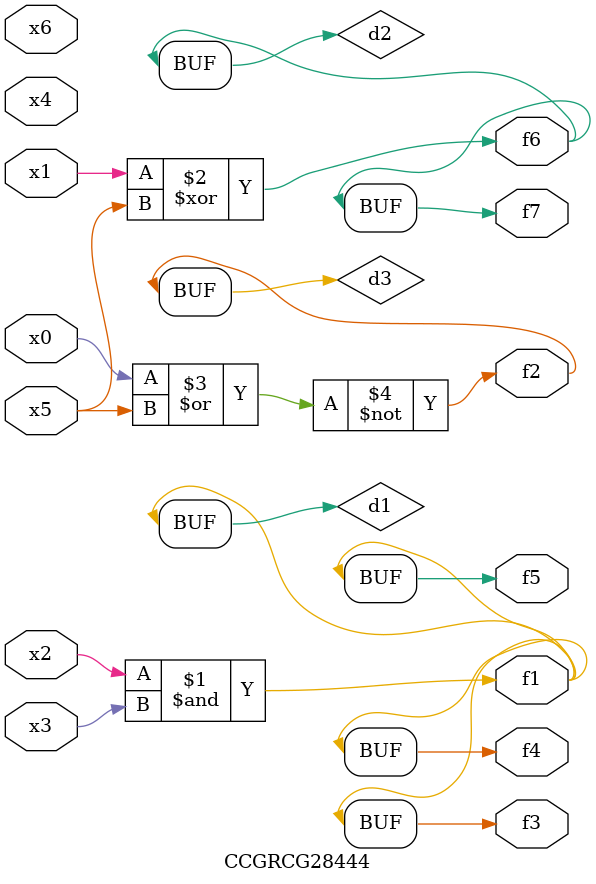
<source format=v>
module CCGRCG28444(
	input x0, x1, x2, x3, x4, x5, x6,
	output f1, f2, f3, f4, f5, f6, f7
);

	wire d1, d2, d3;

	and (d1, x2, x3);
	xor (d2, x1, x5);
	nor (d3, x0, x5);
	assign f1 = d1;
	assign f2 = d3;
	assign f3 = d1;
	assign f4 = d1;
	assign f5 = d1;
	assign f6 = d2;
	assign f7 = d2;
endmodule

</source>
